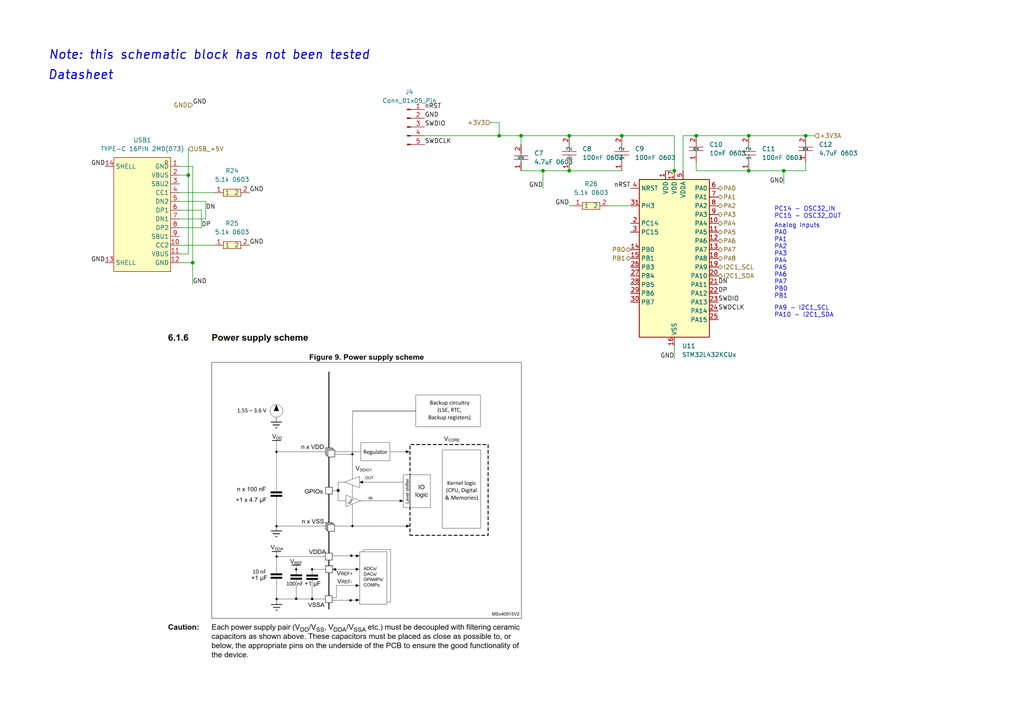
<source format=kicad_sch>
(kicad_sch (version 20231120) (generator "eeschema") (generator_version "8.0")
  (paper "A4")
  (lib_symbols
    (symbol "Connector:Conn_01x05_Pin" (pin_names (offset 1.016) hide)
      (property "Reference" "J" (at 0 7.62 0))
      (property "Value" "Conn_01x05_Pin" (at 0 -7.62 0))
      (symbol "Conn_01x05_Pin_1_1"
        (polyline (pts (xy 1.27 -5.08) (xy 0.8636 -5.08)) (stroke (width 0.1524)))
        (polyline (pts (xy 1.27 -2.54) (xy 0.8636 -2.54)) (stroke (width 0.1524)))
        (polyline (pts (xy 1.27 0) (xy 0.8636 0)) (stroke (width 0.1524)))
        (polyline (pts (xy 1.27 2.54) (xy 0.8636 2.54)) (stroke (width 0.1524)))
        (polyline (pts (xy 1.27 5.08) (xy 0.8636 5.08)) (stroke (width 0.1524)))
        (rectangle (start 0.8636 -4.953) (end 0 -5.207) (stroke (width 0.1524)) (fill (type outline)))
        (rectangle (start 0.8636 -2.413) (end 0 -2.667) (stroke (width 0.1524)) (fill (type outline)))
        (rectangle (start 0.8636 0.127) (end 0 -0.127) (stroke (width 0.1524)) (fill (type outline)))
        (rectangle (start 0.8636 2.667) (end 0 2.413) (stroke (width 0.1524)) (fill (type outline)))
        (rectangle (start 0.8636 5.207) (end 0 4.953) (stroke (width 0.1524)) (fill (type outline)))
        (pin passive line (at 5.08 5.08 180) (length 3.81) (name "Pin_1") (number "1"))
        (pin passive line (at 5.08 2.54 180) (length 3.81) (name "Pin_2") (number "2"))
        (pin passive line (at 5.08 0 180) (length 3.81) (name "Pin_3") (number "3"))
        (pin passive line (at 5.08 -2.54 180) (length 3.81) (name "Pin_4") (number "4"))
        (pin passive line (at 5.08 -5.08 180) (length 3.81) (name "Pin_5") (number "5"))
      )
    )
    (symbol "MCU_ST_STM32L4:STM32L432KCUx"
      (property "Reference" "U" (at -10.16 24.13 0))
      (property "Value" "STM32L432KCUx" (at 5.08 24.13 0))
      (symbol "STM32L432KCUx_0_1"
        (rectangle (start -10.16 -22.86) (end 10.16 22.86) (stroke (width 0.254)) (fill (type background)))
      )
      (symbol "STM32L432KCUx_1_1"
        (pin power_in line (at -2.54 25.4 270) (length 2.54) (name "VDD") (number "1"))
        (pin bidirectional line (at 12.7 10.16 180) (length 2.54) (name "PA4") (number "10"))
        (pin bidirectional line (at 12.7 7.62 180) (length 2.54) (name "PA5") (number "11"))
        (pin bidirectional line (at 12.7 5.08 180) (length 2.54) (name "PA6") (number "12"))
        (pin bidirectional line (at 12.7 2.54 180) (length 2.54) (name "PA7") (number "13"))
        (pin bidirectional line (at -12.7 2.54 0) (length 2.54) (name "PB0") (number "14"))
        (pin bidirectional line (at -12.7 0 0) (length 2.54) (name "PB1") (number "15"))
        (pin power_in line (at 0 -25.4 90) (length 2.54) (name "VSS") (number "16"))
        (pin power_in line (at 0 25.4 270) (length 2.54) (name "VDD") (number "17"))
        (pin bidirectional line (at 12.7 0 180) (length 2.54) (name "PA8") (number "18"))
        (pin bidirectional line (at 12.7 -2.54 180) (length 2.54) (name "PA9") (number "19"))
        (pin bidirectional line (at -12.7 10.16 0) (length 2.54) (name "PC14") (number "2"))
        (pin bidirectional line (at 12.7 -5.08 180) (length 2.54) (name "PA10") (number "20"))
        (pin bidirectional line (at 12.7 -7.62 180) (length 2.54) (name "PA11") (number "21"))
        (pin bidirectional line (at 12.7 -10.16 180) (length 2.54) (name "PA12") (number "22"))
        (pin bidirectional line (at 12.7 -12.7 180) (length 2.54) (name "PA13") (number "23"))
        (pin bidirectional line (at 12.7 -15.24 180) (length 2.54) (name "PA14") (number "24"))
        (pin bidirectional line (at 12.7 -17.78 180) (length 2.54) (name "PA15") (number "25"))
        (pin bidirectional line (at -12.7 -2.54 0) (length 2.54) (name "PB3") (number "26"))
        (pin bidirectional line (at -12.7 -5.08 0) (length 2.54) (name "PB4") (number "27"))
        (pin bidirectional line (at -12.7 -7.62 0) (length 2.54) (name "PB5") (number "28"))
        (pin bidirectional line (at -12.7 -10.16 0) (length 2.54) (name "PB6") (number "29"))
        (pin bidirectional line (at -12.7 7.62 0) (length 2.54) (name "PC15") (number "3"))
        (pin bidirectional line (at -12.7 -12.7 0) (length 2.54) (name "PB7") (number "30"))
        (pin bidirectional line (at -12.7 15.24 0) (length 2.54) (name "PH3") (number "31"))
        (pin passive line (at 0 -25.4 90) (length 2.54) hide (name "VSS") (number "32"))
        (pin passive line (at 0 -25.4 90) (length 2.54) hide (name "VSS") (number "33"))
        (pin input line (at -12.7 20.32 0) (length 2.54) (name "NRST") (number "4"))
        (pin power_in line (at 2.54 25.4 270) (length 2.54) (name "VDDA") (number "5"))
        (pin bidirectional line (at 12.7 20.32 180) (length 2.54) (name "PA0") (number "6"))
        (pin bidirectional line (at 12.7 17.78 180) (length 2.54) (name "PA1") (number "7"))
        (pin bidirectional line (at 12.7 15.24 180) (length 2.54) (name "PA2") (number "8"))
        (pin bidirectional line (at 12.7 12.7 180) (length 2.54) (name "PA3") (number "9"))
      )
    )
    (symbol "Rocketry_Easyeda:0603B103K500NT (10nF 0603)"
      (property "Reference" "C" (at 0 5.08 0))
      (property "Value" "0603B103K500NT (10nF 0603)" (at 0 -5.08 0))
      (symbol "0603B103K500NT (10nF 0603)_0_1"
        (polyline (pts (xy -1.27 0) (xy -0.51 0)))
        (polyline (pts (xy -0.51 2.03) (xy -0.51 -2.03)))
        (polyline (pts (xy 0.51 0) (xy 1.27 0)))
        (polyline (pts (xy 0.51 2.03) (xy 0.51 -2.03)))
        (pin input line (at -3.81 0 0) (length 2.54) (name "1") (number "1"))
        (pin input line (at 3.81 0 180) (length 2.54) (name "2") (number "2"))
      )
    )
    (symbol "Rocketry_Easyeda:0603WAF5101T5E (5.1k 0603)"
      (property "Reference" "R" (at 0 5.08 0))
      (property "Value" "0603WAF5101T5E (5.1k 0603)" (at 0 -5.08 0))
      (symbol "0603WAF5101T5E (5.1k 0603)_0_1"
        (rectangle (start -2.54 1.02) (end 2.54 -1.02) (fill (type background)))
        (pin input line (at -5.08 0 0) (length 2.54) (name "1") (number "1"))
        (pin input line (at 5.08 0 180) (length 2.54) (name "2") (number "2"))
      )
    )
    (symbol "Rocketry_Easyeda:CC0603KRX7R9BB104 (100nF 0603)"
      (property "Reference" "C" (at 0 5.08 0))
      (property "Value" "CC0603KRX7R9BB104 (100nF 0603)" (at 0 -5.08 0))
      (symbol "CC0603KRX7R9BB104 (100nF 0603)_0_1"
        (polyline (pts (xy -0.51 -2.03) (xy -0.51 2.03)))
        (polyline (pts (xy -0.51 0) (xy -2.54 0)))
        (polyline (pts (xy 0.51 2.03) (xy 0.51 -2.03)))
        (polyline (pts (xy 2.54 0) (xy 0.51 0)))
        (pin unspecified line (at -5.08 0 0) (length 2.54) (name "1") (number "1"))
        (pin unspecified line (at 5.08 0 180) (length 2.54) (name "2") (number "2"))
      )
    )
    (symbol "Rocketry_Easyeda:CL10A475KO8NNNC (4.7uF 0603)"
      (property "Reference" "C" (at 0 5.08 0))
      (property "Value" "CL10A475KO8NNNC (4.7uF 0603)" (at 0 -5.08 0))
      (symbol "CL10A475KO8NNNC (4.7uF 0603)_0_1"
        (polyline (pts (xy -1.27 0) (xy -0.51 0)))
        (polyline (pts (xy -0.51 2.03) (xy -0.51 -2.03)))
        (polyline (pts (xy 0.51 0) (xy 1.27 0)))
        (polyline (pts (xy 0.51 2.03) (xy 0.51 -2.03)))
        (pin input line (at -3.81 0 0) (length 2.54) (name "1") (number "1"))
        (pin input line (at 3.81 0 180) (length 2.54) (name "2") (number "2"))
      )
    )
    (symbol "Rocketry_Easyeda:TYPE-C16PIN2MD(073)"
      (property "Reference" "USB" (at 0 19.05 0))
      (property "Value" "TYPE-C 16PIN 2MD(073)" (at 0 -19.05 0))
      (symbol "TYPE-C16PIN2MD(073)_0_1"
        (rectangle (start -8.89 16.51) (end 7.62 -16.51) (fill (type background)))
        (circle (center -7.62 15.24) (radius 0.38))
        (pin unspecified line (at -11.43 13.97 0) (length 2.54) (name "GND") (number "1"))
        (pin unspecified line (at -11.43 -8.89 0) (length 2.54) (name "CC2") (number "10"))
        (pin unspecified line (at -11.43 -11.43 0) (length 2.54) (name "VBUS") (number "11"))
        (pin unspecified line (at -11.43 -13.97 0) (length 2.54) (name "GND") (number "12"))
        (pin unspecified line (at 10.16 -13.97 180) (length 2.54) (name "SHELL") (number "13"))
        (pin unspecified line (at 10.16 13.97 180) (length 2.54) (name "SHELL") (number "14"))
        (pin unspecified line (at -11.43 11.43 0) (length 2.54) (name "VBUS") (number "2"))
        (pin unspecified line (at -11.43 8.89 0) (length 2.54) (name "SBU2") (number "3"))
        (pin unspecified line (at -11.43 6.35 0) (length 2.54) (name "CC1") (number "4"))
        (pin unspecified line (at -11.43 3.81 0) (length 2.54) (name "DN2") (number "5"))
        (pin unspecified line (at -11.43 1.27 0) (length 2.54) (name "DP1") (number "6"))
        (pin unspecified line (at -11.43 -1.27 0) (length 2.54) (name "DN1") (number "7"))
        (pin unspecified line (at -11.43 -3.81 0) (length 2.54) (name "DP2") (number "8"))
        (pin unspecified line (at -11.43 -6.35 0) (length 2.54) (name "SBU1") (number "9"))
      )
    )
  )
  (junction (at 165.1 39.37))
  (junction (at 157.48 49.53))
  (junction (at 227.33 49.53))
  (junction (at 195.58 49.53))
  (junction (at 201.93 39.37))
  (junction (at 144.78 39.37))
  (junction (at 55.88 76.2))
  (junction (at 151.13 39.37))
  (junction (at 233.68 39.37))
  (junction (at 165.1 49.53))
  (junction (at 217.17 49.53))
  (junction (at 180.34 39.37))
  (junction (at 54.61 50.8))
  (junction (at 217.17 39.37))
  (wire (pts (xy 55.88 76.2) (xy 52.07 76.2)))
  (wire (pts (xy 217.17 49.53) (xy 227.33 49.53)))
  (wire (pts (xy 144.78 39.37) (xy 151.13 39.37)))
  (wire (pts (xy 195.58 49.53) (xy 195.58 39.37)))
  (wire (pts (xy 201.93 46.99) (xy 201.93 49.53)))
  (wire (pts (xy 201.93 39.37) (xy 217.17 39.37)))
  (wire (pts (xy 151.13 39.37) (xy 151.13 41.91)))
  (wire (pts (xy 217.17 39.37) (xy 233.68 39.37)))
  (wire (pts (xy 54.61 43.18) (xy 54.61 50.8)))
  (wire (pts (xy 165.1 49.53) (xy 180.34 49.53)))
  (wire (pts (xy 59.69 58.42) (xy 59.69 63.5)))
  (wire (pts (xy 157.48 49.53) (xy 165.1 49.53)))
  (wire (pts (xy 227.33 49.53) (xy 233.68 49.53)))
  (wire (pts (xy 198.12 39.37) (xy 198.12 49.53)))
  (wire (pts (xy 123.19 39.37) (xy 144.78 39.37)))
  (wire (pts (xy 52.07 71.12) (xy 62.23 71.12)))
  (wire (pts (xy 52.07 73.66) (xy 54.61 73.66)))
  (wire (pts (xy 58.42 60.96) (xy 58.42 66.04)))
  (wire (pts (xy 195.58 100.33) (xy 195.58 104.14)))
  (wire (pts (xy 233.68 39.37) (xy 236.22 39.37)))
  (wire (pts (xy 54.61 50.8) (xy 52.07 50.8)))
  (wire (pts (xy 193.04 49.53) (xy 195.58 49.53)))
  (wire (pts (xy 54.61 73.66) (xy 54.61 50.8)))
  (wire (pts (xy 55.88 82.55) (xy 55.88 76.2)))
  (wire (pts (xy 157.48 49.53) (xy 157.48 54.61)))
  (wire (pts (xy 176.53 59.69) (xy 182.88 59.69)))
  (wire (pts (xy 227.33 49.53) (xy 227.33 53.34)))
  (wire (pts (xy 165.1 39.37) (xy 180.34 39.37)))
  (wire (pts (xy 201.93 49.53) (xy 217.17 49.53)))
  (wire (pts (xy 233.68 49.53) (xy 233.68 46.99)))
  (wire (pts (xy 165.1 59.69) (xy 166.37 59.69)))
  (wire (pts (xy 52.07 55.88) (xy 62.23 55.88)))
  (wire (pts (xy 180.34 39.37) (xy 195.58 39.37)))
  (wire (pts (xy 59.69 63.5) (xy 52.07 63.5)))
  (wire (pts (xy 52.07 58.42) (xy 59.69 58.42)))
  (wire (pts (xy 198.12 39.37) (xy 201.93 39.37)))
  (wire (pts (xy 52.07 48.26) (xy 55.88 48.26)))
  (wire (pts (xy 151.13 39.37) (xy 165.1 39.37)))
  (wire (pts (xy 58.42 66.04) (xy 52.07 66.04)))
  (wire (pts (xy 144.78 35.56) (xy 144.78 39.37)))
  (wire (pts (xy 52.07 60.96) (xy 58.42 60.96)))
  (wire (pts (xy 142.24 35.56) (xy 144.78 35.56)))
  (wire (pts (xy 55.88 48.26) (xy 55.88 76.2)))
  (wire (pts (xy 151.13 49.53) (xy 157.48 49.53)))
  (image (at 100.33 144.78) (scale 0.308918))
  (text "PC14 - OSC32_IN\nPC15 - OSC32_OUT" (at 224.536 61.722 0) (effects (font (size 1.27 1.27)) (justify left)))
  (text "Analog Inputs\nPA0\nPA1\nPA2\nPA3\nPA4\nPA5\nPA6\nPA7\nPB0\nPB1" (at 224.536 75.692 0) (effects (font (size 1.27 1.27)) (justify left)))
  (text "PA9 - I2C1_SCL\nPA10 - I2C1_SDA" (at 224.536 90.424 0) (effects (font (size 1.27 1.27)) (justify left)))
  (text "Note: this schematic block has not been tested" (at 60.706 16.002 0) (effects (font (size 2.54 2.54) (thickness 0.3175) (italic yes))))
  (text "Datasheet" (at 23.368 21.844 0) (effects (font (size 2.54 2.54) (thickness 0.3175) (italic yes))))
  (label "GND" (at 55.88 82.55 0))
  (label "SWDIO" (at 123.19 36.83 0))
  (label "GND" (at 123.19 34.29 0))
  (label "DN" (at 59.69 60.96 0))
  (label "GND" (at 227.33 53.34 180))
  (label "DP" (at 208.28 85.09 0))
  (label "GND" (at 72.39 55.88 0))
  (label "DN" (at 208.28 82.55 0))
  (label "DP" (at 58.42 66.04 0))
  (label "GND" (at 30.48 48.26 180))
  (label "SWDIO" (at 208.28 87.63 0))
  (label "GND" (at 195.58 104.14 180))
  (label "GND" (at 157.48 54.61 180))
  (label "GND" (at 72.39 71.12 0))
  (label "nRST" (at 182.88 54.61 180))
  (label "SWDCLK" (at 123.19 41.91 0))
  (label "GND" (at 30.48 76.2 180))
  (label "GND" (at 165.1 59.69 180))
  (label "nRST" (at 123.19 31.75 0))
  (label "SWDCLK" (at 208.28 90.17 0))
  (label "GND" (at 55.88 30.48 0))
  (hierarchical_label "I2C1_SCL" (shape bidirectional) (at 208.28 77.47 0))
  (hierarchical_label "PB0" (shape bidirectional) (at 182.88 72.39 180))
  (hierarchical_label "PA3" (shape bidirectional) (at 208.28 62.23 0))
  (hierarchical_label "PB1" (shape bidirectional) (at 182.88 74.93 180))
  (hierarchical_label "PA2" (shape bidirectional) (at 208.28 59.69 0))
  (hierarchical_label "PA4" (shape bidirectional) (at 208.28 64.77 0))
  (hierarchical_label "PA7" (shape bidirectional) (at 208.28 72.39 0))
  (hierarchical_label "+3V3" (shape input) (at 142.24 35.56 180))
  (hierarchical_label "PA8" (shape bidirectional) (at 208.28 74.93 0))
  (hierarchical_label "PA5" (shape bidirectional) (at 208.28 67.31 0))
  (hierarchical_label "USB_+5V" (shape input) (at 54.61 43.18 0))
  (hierarchical_label "PA0" (shape bidirectional) (at 208.28 54.61 0))
  (hierarchical_label "I2C1_SDA" (shape bidirectional) (at 208.28 80.01 0))
  (hierarchical_label "+3V3A" (shape input) (at 236.22 39.37 0))
  (hierarchical_label "GND" (shape input) (at 55.88 30.48 180))
  (hierarchical_label "PA1" (shape bidirectional) (at 208.28 57.15 0))
  (hierarchical_label "PA6" (shape bidirectional) (at 208.28 69.85 0))
  (symbol (lib_id "Connector:Conn_01x05_Pin") (at 118.11 36.83 0) (unit 1)
    (property "Reference" "J4" (at 118.745 26.67 0))
    (property "Value" "Conn_01x05_Pin" (at 118.745 29.21 0))
    (property "Footprint" "Connector_PinHeader_2.54mm:PinHeader_1x05_P2.54mm_Vertical" (effects (hide yes)))
    (property "Description" "Generic connector, single row, 01x05, script generated" (effects (hide yes)))
  )
  (symbol (lib_id "Rocketry_Easyeda:0603WAF5101T5E (5.1k 0603)") (at 67.31 71.12 0) (unit 1)
    (property "Reference" "R25" (at 67.31 64.77 0))
    (property "Value" "5.1k 0603" (at 67.31 67.31 0))
    (property "Footprint" "Rocketry_Easyeda:R0603" (effects (hide yes)))
    (property "Datasheet" "https://lcsc.com/product-detail/Chip-Resistor-Surface-Mount-UniOhm_5-1KR-5101-1_C23186.html" (effects (hide yes)))
    (property "LCSC Part" "C23186" (effects (hide yes)))
    (instances (project "EPSv1" (path "" (reference "R25") (unit 1))) (project "PCB_Schematic_Blocks_Library" (path "" (reference "R21") (unit 1))))
  )
  (symbol (lib_id "Rocketry_Easyeda:0603WAF5101T5E (5.1k 0603)") (at 67.31 55.88 0) (unit 1)
    (property "Reference" "R24" (at 67.31 49.53 0))
    (property "Value" "5.1k 0603" (at 67.31 52.07 0))
    (property "Footprint" "Rocketry_Easyeda:R0603" (effects (hide yes)))
    (property "Datasheet" "https://lcsc.com/product-detail/Chip-Resistor-Surface-Mount-UniOhm_5-1KR-5101-1_C23186.html" (effects (hide yes)))
    (property "LCSC Part" "C23186" (effects (hide yes)))
    (instances (project "EPSv1" (path "" (reference "R24") (unit 1))) (project "PCB_Schematic_Blocks_Library" (path "" (reference "R39") (unit 1))))
  )
  (symbol (lib_id "Rocketry_Easyeda:CC0603KRX7R9BB104 (100nF 0603)") (at 165.1 44.45 90) (unit 1)
    (property "Reference" "C8" (at 168.91 43.18 90) (effects (justify right)))
    (property "Value" "100nF 0603" (at 168.91 45.72 90) (effects (justify right)))
    (property "Footprint" "Rocketry_Easyeda:C0603" (effects (hide yes)))
    (property "Datasheet" "https://lcsc.com/product-detail/Multilayer-Ceramic-Capacitors-MLCC-SMD-SMT_100nF-104-10-50V_C14663.html" (effects (hide yes)))
    (property "LCSC Part" "C14663" (effects (hide yes)))
    (instances (project "EPSv1" (path "" (reference "C8") (unit 1))) (project "PCB_Schematic_Blocks_Library" (path "" (reference "C7") (unit 1))))
  )
  (symbol (lib_id "Rocketry_Easyeda:CC0603KRX7R9BB104 (100nF 0603)") (at 180.34 44.45 90) (unit 1)
    (property "Reference" "C9" (at 184.15 43.18 90) (effects (justify right)))
    (property "Value" "100nF 0603" (at 184.15 45.72 90) (effects (justify right)))
    (property "Footprint" "Rocketry_Easyeda:C0603" (effects (hide yes)))
    (property "Datasheet" "https://lcsc.com/product-detail/Multilayer-Ceramic-Capacitors-MLCC-SMD-SMT_100nF-104-10-50V_C14663.html" (effects (hide yes)))
    (property "LCSC Part" "C14663" (effects (hide yes)))
    (instances (project "EPSv1" (path "" (reference "C9") (unit 1))) (project "PCB_Schematic_Blocks_Library" (path "" (reference "C8") (unit 1))))
  )
  (symbol (lib_id "Rocketry_Easyeda:0603WAF5101T5E (5.1k 0603)") (at 171.45 59.69 0) (unit 1)
    (property "Reference" "R26" (at 171.45 53.34 0))
    (property "Value" "5.1k 0603" (at 171.45 55.88 0))
    (property "Footprint" "Rocketry_Easyeda:R0603" (effects (hide yes)))
    (property "Datasheet" "https://lcsc.com/product-detail/Chip-Resistor-Surface-Mount-UniOhm_5-1KR-5101-1_C23186.html" (effects (hide yes)))
    (property "LCSC Part" "C23186" (effects (hide yes)))
    (instances (project "EPSv1" (path "" (reference "R26") (unit 1))) (project "PCB_Schematic_Blocks_Library" (path "" (reference "R22") (unit 1))))
  )
  (symbol (lib_id "MCU_ST_STM32L4:STM32L432KCUx") (at 195.58 74.93 0) (unit 1)
    (property "Reference" "U11" (at 197.7741 100.33 0) (effects (justify left)))
    (property "Value" "STM32L432KCUx" (at 197.7741 102.87 0) (effects (justify left)))
    (property "Footprint" "Package_DFN_QFN:QFN-32-1EP_5x5mm_P0.5mm_EP3.45x3.45mm" (effects (hide yes)))
    (property "Datasheet" "https://www.st.com/resource/en/datasheet/stm32l432kc.pdf" (effects (hide yes)))
    (property "Description" "STMicroelectronics Arm Cortex-M4 MCU, 256KB flash, 64KB RAM, 80 MHz, 1.71-3.6V, 26 GPIO, UFQFPN32" (effects (hide yes)))
  )
  (symbol (lib_id "Rocketry_Easyeda:CL10A475KO8NNNC (4.7uF 0603)") (at 151.13 45.72 90) (unit 1)
    (property "Reference" "C7" (at 154.94 44.45 90) (effects (justify right)))
    (property "Value" "4.7uF 0603" (at 154.94 46.99 90) (effects (justify right)))
    (property "Footprint" "Rocketry_Easyeda:C0603" (effects (hide yes)))
    (property "Datasheet" "https://lcsc.com/product-detail/Multilayer-Ceramic-Capacitors-MLCC-SMD-SMT_SAMSUNG_CL10A475KO8NNNC_4-7uF-475-10-16V_C19666.html" (effects (hide yes)))
    (property "LCSC Part" "C19666" (effects (hide yes)))
    (instances (project "EPSv1" (path "" (reference "C7") (unit 1))) (project "PCB_Schematic_Blocks_Library" (path "" (reference "C27") (unit 1))))
  )
  (symbol (lib_id "Rocketry_Easyeda:CC0603KRX7R9BB104 (100nF 0603)") (at 217.17 44.45 90) (unit 1)
    (property "Reference" "C11" (at 220.98 43.18 90) (effects (justify right)))
    (property "Value" "100nF 0603" (at 220.98 45.72 90) (effects (justify right)))
    (property "Footprint" "Rocketry_Easyeda:C0603" (effects (hide yes)))
    (property "Datasheet" "https://lcsc.com/product-detail/Multilayer-Ceramic-Capacitors-MLCC-SMD-SMT_100nF-104-10-50V_C14663.html" (effects (hide yes)))
    (property "LCSC Part" "C14663" (effects (hide yes)))
    (instances (project "EPSv1" (path "" (reference "C11") (unit 1))) (project "PCB_Schematic_Blocks_Library" (path "" (reference "C28") (unit 1))))
  )
  (symbol (lib_id "Rocketry_Easyeda:TYPE-C16PIN2MD(073)") (at 40.64 62.23 0) (mirror y) (unit 1)
    (property "Reference" "USB1" (at 41.275 40.64 0))
    (property "Value" "TYPE-C 16PIN 2MD(073)" (at 41.275 43.18 0))
    (property "Footprint" "Rocketry_Easyeda:USB-C-SMD_TYPE-C-6PIN-2MD-073" (effects (hide yes)))
    (property "LCSC Part" "C2765186" (effects (hide yes)))
    (instances (project "EPSv1" (path "" (reference "USB1") (unit 1))) (project "PCB_Schematic_Blocks_Library" (path "" (reference "USB2") (unit 1))))
  )
  (symbol (lib_id "Rocketry_Easyeda:0603B103K500NT (10nF 0603)") (at 201.93 43.18 90) (unit 1)
    (property "Reference" "C10" (at 205.74 41.91 90) (effects (justify right)))
    (property "Value" "10nF 0603" (at 205.74 44.45 90) (effects (justify right)))
    (property "Footprint" "Rocketry_Easyeda:C0603" (effects (hide yes)))
    (property "Datasheet" "https://lcsc.com/product-detail/Multilayer-Ceramic-Capacitors-MLCC-SMD-SMT_10nF-103-10-50V_C57112.html" (effects (hide yes)))
    (property "LCSC Part" "C57112" (effects (hide yes)))
    (instances (project "EPSv1" (path "" (reference "C10") (unit 1))) (project "PCB_Schematic_Blocks_Library" (path "" (reference "C29") (unit 1))))
  )
  (symbol (lib_id "Rocketry_Easyeda:CL10A475KO8NNNC (4.7uF 0603)") (at 233.68 43.18 90) (unit 1)
    (property "Reference" "C12" (at 237.49 41.91 90) (effects (justify right)))
    (property "Value" "4.7uF 0603" (at 237.49 44.45 90) (effects (justify right)))
    (property "Footprint" "Rocketry_Easyeda:C0603" (effects (hide yes)))
    (property "Datasheet" "https://lcsc.com/product-detail/Multilayer-Ceramic-Capacitors-MLCC-SMD-SMT_SAMSUNG_CL10A475KO8NNNC_4-7uF-475-10-16V_C19666.html" (effects (hide yes)))
    (property "LCSC Part" "C19666" (effects (hide yes)))
    (instances (project "EPSv1" (path "" (reference "C12") (unit 1))) (project "PCB_Schematic_Blocks_Library" (path "" (reference "C9") (unit 1))))
  )
)
</source>
